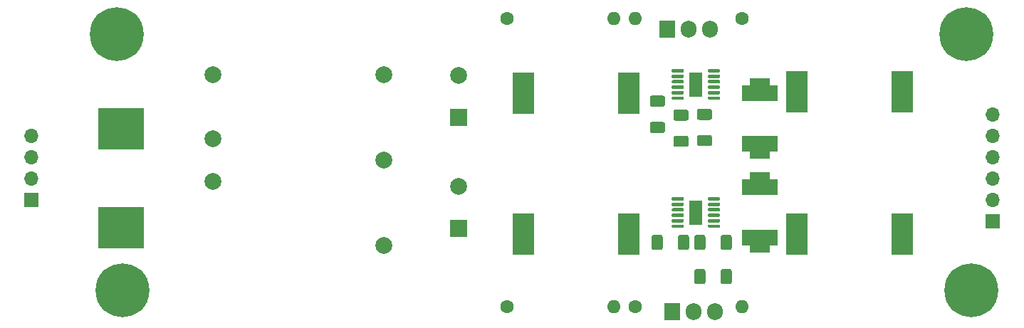
<source format=gbr>
%TF.GenerationSoftware,KiCad,Pcbnew,(5.1.9)-1*%
%TF.CreationDate,2022-01-14T16:31:07-06:00*%
%TF.ProjectId,Power_12V_DualSupply,506f7765-725f-4313-9256-5f4475616c53,rev?*%
%TF.SameCoordinates,Original*%
%TF.FileFunction,Soldermask,Top*%
%TF.FilePolarity,Negative*%
%FSLAX46Y46*%
G04 Gerber Fmt 4.6, Leading zero omitted, Abs format (unit mm)*
G04 Created by KiCad (PCBNEW (5.1.9)-1) date 2022-01-14 16:31:07*
%MOMM*%
%LPD*%
G01*
G04 APERTURE LIST*
%ADD10R,2.000000X2.000000*%
%ADD11C,2.000000*%
%ADD12R,2.400000X2.600000*%
%ADD13R,4.300000X1.950000*%
%ADD14R,2.500000X5.000000*%
%ADD15R,5.400000X4.900000*%
%ADD16R,1.650000X2.850000*%
%ADD17C,6.400000*%
%ADD18C,3.600000*%
%ADD19R,1.700000X1.700000*%
%ADD20O,1.700000X1.700000*%
%ADD21O,1.600000X1.600000*%
%ADD22C,1.600000*%
%ADD23R,1.905000X2.000000*%
%ADD24O,1.905000X2.000000*%
G04 APERTURE END LIST*
D10*
%TO.C,C4*%
X149860000Y-107569000D03*
D11*
X149860000Y-102569000D03*
%TD*%
D12*
%TO.C,C14*%
X185674000Y-109164000D03*
X185674000Y-102164000D03*
D13*
X185674000Y-102664000D03*
X185674000Y-108664000D03*
%TD*%
D14*
%TO.C,L4*%
X202592000Y-108204000D03*
X190092000Y-108204000D03*
%TD*%
D11*
%TO.C,U1*%
X120650000Y-101981000D03*
X120650000Y-96901000D03*
X120650000Y-89281000D03*
X140970000Y-89281000D03*
X140970000Y-99441000D03*
X140970000Y-109601000D03*
%TD*%
%TO.C,C5*%
X149860000Y-89361000D03*
D10*
X149860000Y-94361000D03*
%TD*%
%TO.C,C12*%
G36*
G01*
X179186000Y-108569999D02*
X179186000Y-109870001D01*
G75*
G02*
X178936001Y-110120000I-249999J0D01*
G01*
X178110999Y-110120000D01*
G75*
G02*
X177861000Y-109870001I0J249999D01*
G01*
X177861000Y-108569999D01*
G75*
G02*
X178110999Y-108320000I249999J0D01*
G01*
X178936001Y-108320000D01*
G75*
G02*
X179186000Y-108569999I0J-249999D01*
G01*
G37*
G36*
G01*
X182311000Y-108569999D02*
X182311000Y-109870001D01*
G75*
G02*
X182061001Y-110120000I-249999J0D01*
G01*
X181235999Y-110120000D01*
G75*
G02*
X180986000Y-109870001I0J249999D01*
G01*
X180986000Y-108569999D01*
G75*
G02*
X181235999Y-108320000I249999J0D01*
G01*
X182061001Y-108320000D01*
G75*
G02*
X182311000Y-108569999I0J-249999D01*
G01*
G37*
%TD*%
%TO.C,C13*%
G36*
G01*
X179720001Y-94642500D02*
X178419999Y-94642500D01*
G75*
G02*
X178170000Y-94392501I0J249999D01*
G01*
X178170000Y-93567499D01*
G75*
G02*
X178419999Y-93317500I249999J0D01*
G01*
X179720001Y-93317500D01*
G75*
G02*
X179970000Y-93567499I0J-249999D01*
G01*
X179970000Y-94392501D01*
G75*
G02*
X179720001Y-94642500I-249999J0D01*
G01*
G37*
G36*
G01*
X179720001Y-97767500D02*
X178419999Y-97767500D01*
G75*
G02*
X178170000Y-97517501I0J249999D01*
G01*
X178170000Y-96692499D01*
G75*
G02*
X178419999Y-96442500I249999J0D01*
G01*
X179720001Y-96442500D01*
G75*
G02*
X179970000Y-96692499I0J-249999D01*
G01*
X179970000Y-97517501D01*
G75*
G02*
X179720001Y-97767500I-249999J0D01*
G01*
G37*
%TD*%
D12*
%TO.C,C15*%
X185674000Y-97988000D03*
X185674000Y-90988000D03*
D13*
X185674000Y-91488000D03*
X185674000Y-97488000D03*
%TD*%
D15*
%TO.C,L1*%
X109728000Y-107500000D03*
X109728000Y-95700000D03*
%TD*%
D14*
%TO.C,L2*%
X170080000Y-108204000D03*
X157580000Y-108204000D03*
%TD*%
%TO.C,L3*%
X157580000Y-91440000D03*
X170080000Y-91440000D03*
%TD*%
%TO.C,L5*%
X202592000Y-91313000D03*
X190092000Y-91313000D03*
%TD*%
%TO.C,R3*%
G36*
G01*
X175625999Y-96531000D02*
X176926001Y-96531000D01*
G75*
G02*
X177176000Y-96780999I0J-249999D01*
G01*
X177176000Y-97606001D01*
G75*
G02*
X176926001Y-97856000I-249999J0D01*
G01*
X175625999Y-97856000D01*
G75*
G02*
X175376000Y-97606001I0J249999D01*
G01*
X175376000Y-96780999D01*
G75*
G02*
X175625999Y-96531000I249999J0D01*
G01*
G37*
G36*
G01*
X175625999Y-93406000D02*
X176926001Y-93406000D01*
G75*
G02*
X177176000Y-93655999I0J-249999D01*
G01*
X177176000Y-94481001D01*
G75*
G02*
X176926001Y-94731000I-249999J0D01*
G01*
X175625999Y-94731000D01*
G75*
G02*
X175376000Y-94481001I0J249999D01*
G01*
X175376000Y-93655999D01*
G75*
G02*
X175625999Y-93406000I249999J0D01*
G01*
G37*
%TD*%
%TO.C,R4*%
G36*
G01*
X177861000Y-113934001D02*
X177861000Y-112633999D01*
G75*
G02*
X178110999Y-112384000I249999J0D01*
G01*
X178936001Y-112384000D01*
G75*
G02*
X179186000Y-112633999I0J-249999D01*
G01*
X179186000Y-113934001D01*
G75*
G02*
X178936001Y-114184000I-249999J0D01*
G01*
X178110999Y-114184000D01*
G75*
G02*
X177861000Y-113934001I0J249999D01*
G01*
G37*
G36*
G01*
X180986000Y-113934001D02*
X180986000Y-112633999D01*
G75*
G02*
X181235999Y-112384000I249999J0D01*
G01*
X182061001Y-112384000D01*
G75*
G02*
X182311000Y-112633999I0J-249999D01*
G01*
X182311000Y-113934001D01*
G75*
G02*
X182061001Y-114184000I-249999J0D01*
G01*
X181235999Y-114184000D01*
G75*
G02*
X180986000Y-113934001I0J249999D01*
G01*
G37*
%TD*%
%TO.C,R5*%
G36*
G01*
X174132001Y-96205000D02*
X172831999Y-96205000D01*
G75*
G02*
X172582000Y-95955001I0J249999D01*
G01*
X172582000Y-95129999D01*
G75*
G02*
X172831999Y-94880000I249999J0D01*
G01*
X174132001Y-94880000D01*
G75*
G02*
X174382000Y-95129999I0J-249999D01*
G01*
X174382000Y-95955001D01*
G75*
G02*
X174132001Y-96205000I-249999J0D01*
G01*
G37*
G36*
G01*
X174132001Y-93080000D02*
X172831999Y-93080000D01*
G75*
G02*
X172582000Y-92830001I0J249999D01*
G01*
X172582000Y-92004999D01*
G75*
G02*
X172831999Y-91755000I249999J0D01*
G01*
X174132001Y-91755000D01*
G75*
G02*
X174382000Y-92004999I0J-249999D01*
G01*
X174382000Y-92830001D01*
G75*
G02*
X174132001Y-93080000I-249999J0D01*
G01*
G37*
%TD*%
%TO.C,R6*%
G36*
G01*
X177231000Y-108569999D02*
X177231000Y-109870001D01*
G75*
G02*
X176981001Y-110120000I-249999J0D01*
G01*
X176155999Y-110120000D01*
G75*
G02*
X175906000Y-109870001I0J249999D01*
G01*
X175906000Y-108569999D01*
G75*
G02*
X176155999Y-108320000I249999J0D01*
G01*
X176981001Y-108320000D01*
G75*
G02*
X177231000Y-108569999I0J-249999D01*
G01*
G37*
G36*
G01*
X174106000Y-108569999D02*
X174106000Y-109870001D01*
G75*
G02*
X173856001Y-110120000I-249999J0D01*
G01*
X173030999Y-110120000D01*
G75*
G02*
X172781000Y-109870001I0J249999D01*
G01*
X172781000Y-108569999D01*
G75*
G02*
X173030999Y-108320000I249999J0D01*
G01*
X173856001Y-108320000D01*
G75*
G02*
X174106000Y-108569999I0J-249999D01*
G01*
G37*
%TD*%
%TO.C,U2*%
G36*
G01*
X175179000Y-104139000D02*
X175179000Y-103939000D01*
G75*
G02*
X175279000Y-103839000I100000J0D01*
G01*
X176529000Y-103839000D01*
G75*
G02*
X176629000Y-103939000I0J-100000D01*
G01*
X176629000Y-104139000D01*
G75*
G02*
X176529000Y-104239000I-100000J0D01*
G01*
X175279000Y-104239000D01*
G75*
G02*
X175179000Y-104139000I0J100000D01*
G01*
G37*
G36*
G01*
X175179000Y-104789000D02*
X175179000Y-104589000D01*
G75*
G02*
X175279000Y-104489000I100000J0D01*
G01*
X176529000Y-104489000D01*
G75*
G02*
X176629000Y-104589000I0J-100000D01*
G01*
X176629000Y-104789000D01*
G75*
G02*
X176529000Y-104889000I-100000J0D01*
G01*
X175279000Y-104889000D01*
G75*
G02*
X175179000Y-104789000I0J100000D01*
G01*
G37*
G36*
G01*
X175179000Y-105439000D02*
X175179000Y-105239000D01*
G75*
G02*
X175279000Y-105139000I100000J0D01*
G01*
X176529000Y-105139000D01*
G75*
G02*
X176629000Y-105239000I0J-100000D01*
G01*
X176629000Y-105439000D01*
G75*
G02*
X176529000Y-105539000I-100000J0D01*
G01*
X175279000Y-105539000D01*
G75*
G02*
X175179000Y-105439000I0J100000D01*
G01*
G37*
G36*
G01*
X175179000Y-106089000D02*
X175179000Y-105889000D01*
G75*
G02*
X175279000Y-105789000I100000J0D01*
G01*
X176529000Y-105789000D01*
G75*
G02*
X176629000Y-105889000I0J-100000D01*
G01*
X176629000Y-106089000D01*
G75*
G02*
X176529000Y-106189000I-100000J0D01*
G01*
X175279000Y-106189000D01*
G75*
G02*
X175179000Y-106089000I0J100000D01*
G01*
G37*
G36*
G01*
X175179000Y-106739000D02*
X175179000Y-106539000D01*
G75*
G02*
X175279000Y-106439000I100000J0D01*
G01*
X176529000Y-106439000D01*
G75*
G02*
X176629000Y-106539000I0J-100000D01*
G01*
X176629000Y-106739000D01*
G75*
G02*
X176529000Y-106839000I-100000J0D01*
G01*
X175279000Y-106839000D01*
G75*
G02*
X175179000Y-106739000I0J100000D01*
G01*
G37*
G36*
G01*
X175179000Y-107389000D02*
X175179000Y-107189000D01*
G75*
G02*
X175279000Y-107089000I100000J0D01*
G01*
X176529000Y-107089000D01*
G75*
G02*
X176629000Y-107189000I0J-100000D01*
G01*
X176629000Y-107389000D01*
G75*
G02*
X176529000Y-107489000I-100000J0D01*
G01*
X175279000Y-107489000D01*
G75*
G02*
X175179000Y-107389000I0J100000D01*
G01*
G37*
G36*
G01*
X179479000Y-107389000D02*
X179479000Y-107189000D01*
G75*
G02*
X179579000Y-107089000I100000J0D01*
G01*
X180829000Y-107089000D01*
G75*
G02*
X180929000Y-107189000I0J-100000D01*
G01*
X180929000Y-107389000D01*
G75*
G02*
X180829000Y-107489000I-100000J0D01*
G01*
X179579000Y-107489000D01*
G75*
G02*
X179479000Y-107389000I0J100000D01*
G01*
G37*
G36*
G01*
X179479000Y-106739000D02*
X179479000Y-106539000D01*
G75*
G02*
X179579000Y-106439000I100000J0D01*
G01*
X180829000Y-106439000D01*
G75*
G02*
X180929000Y-106539000I0J-100000D01*
G01*
X180929000Y-106739000D01*
G75*
G02*
X180829000Y-106839000I-100000J0D01*
G01*
X179579000Y-106839000D01*
G75*
G02*
X179479000Y-106739000I0J100000D01*
G01*
G37*
G36*
G01*
X179479000Y-106089000D02*
X179479000Y-105889000D01*
G75*
G02*
X179579000Y-105789000I100000J0D01*
G01*
X180829000Y-105789000D01*
G75*
G02*
X180929000Y-105889000I0J-100000D01*
G01*
X180929000Y-106089000D01*
G75*
G02*
X180829000Y-106189000I-100000J0D01*
G01*
X179579000Y-106189000D01*
G75*
G02*
X179479000Y-106089000I0J100000D01*
G01*
G37*
G36*
G01*
X179479000Y-105439000D02*
X179479000Y-105239000D01*
G75*
G02*
X179579000Y-105139000I100000J0D01*
G01*
X180829000Y-105139000D01*
G75*
G02*
X180929000Y-105239000I0J-100000D01*
G01*
X180929000Y-105439000D01*
G75*
G02*
X180829000Y-105539000I-100000J0D01*
G01*
X179579000Y-105539000D01*
G75*
G02*
X179479000Y-105439000I0J100000D01*
G01*
G37*
G36*
G01*
X179479000Y-104789000D02*
X179479000Y-104589000D01*
G75*
G02*
X179579000Y-104489000I100000J0D01*
G01*
X180829000Y-104489000D01*
G75*
G02*
X180929000Y-104589000I0J-100000D01*
G01*
X180929000Y-104789000D01*
G75*
G02*
X180829000Y-104889000I-100000J0D01*
G01*
X179579000Y-104889000D01*
G75*
G02*
X179479000Y-104789000I0J100000D01*
G01*
G37*
G36*
G01*
X179479000Y-104139000D02*
X179479000Y-103939000D01*
G75*
G02*
X179579000Y-103839000I100000J0D01*
G01*
X180829000Y-103839000D01*
G75*
G02*
X180929000Y-103939000I0J-100000D01*
G01*
X180929000Y-104139000D01*
G75*
G02*
X180829000Y-104239000I-100000J0D01*
G01*
X179579000Y-104239000D01*
G75*
G02*
X179479000Y-104139000I0J100000D01*
G01*
G37*
D16*
X178054000Y-105664000D03*
%TD*%
%TO.C,U3*%
X178054000Y-90424000D03*
G36*
G01*
X179479000Y-88899000D02*
X179479000Y-88699000D01*
G75*
G02*
X179579000Y-88599000I100000J0D01*
G01*
X180829000Y-88599000D01*
G75*
G02*
X180929000Y-88699000I0J-100000D01*
G01*
X180929000Y-88899000D01*
G75*
G02*
X180829000Y-88999000I-100000J0D01*
G01*
X179579000Y-88999000D01*
G75*
G02*
X179479000Y-88899000I0J100000D01*
G01*
G37*
G36*
G01*
X179479000Y-89549000D02*
X179479000Y-89349000D01*
G75*
G02*
X179579000Y-89249000I100000J0D01*
G01*
X180829000Y-89249000D01*
G75*
G02*
X180929000Y-89349000I0J-100000D01*
G01*
X180929000Y-89549000D01*
G75*
G02*
X180829000Y-89649000I-100000J0D01*
G01*
X179579000Y-89649000D01*
G75*
G02*
X179479000Y-89549000I0J100000D01*
G01*
G37*
G36*
G01*
X179479000Y-90199000D02*
X179479000Y-89999000D01*
G75*
G02*
X179579000Y-89899000I100000J0D01*
G01*
X180829000Y-89899000D01*
G75*
G02*
X180929000Y-89999000I0J-100000D01*
G01*
X180929000Y-90199000D01*
G75*
G02*
X180829000Y-90299000I-100000J0D01*
G01*
X179579000Y-90299000D01*
G75*
G02*
X179479000Y-90199000I0J100000D01*
G01*
G37*
G36*
G01*
X179479000Y-90849000D02*
X179479000Y-90649000D01*
G75*
G02*
X179579000Y-90549000I100000J0D01*
G01*
X180829000Y-90549000D01*
G75*
G02*
X180929000Y-90649000I0J-100000D01*
G01*
X180929000Y-90849000D01*
G75*
G02*
X180829000Y-90949000I-100000J0D01*
G01*
X179579000Y-90949000D01*
G75*
G02*
X179479000Y-90849000I0J100000D01*
G01*
G37*
G36*
G01*
X179479000Y-91499000D02*
X179479000Y-91299000D01*
G75*
G02*
X179579000Y-91199000I100000J0D01*
G01*
X180829000Y-91199000D01*
G75*
G02*
X180929000Y-91299000I0J-100000D01*
G01*
X180929000Y-91499000D01*
G75*
G02*
X180829000Y-91599000I-100000J0D01*
G01*
X179579000Y-91599000D01*
G75*
G02*
X179479000Y-91499000I0J100000D01*
G01*
G37*
G36*
G01*
X179479000Y-92149000D02*
X179479000Y-91949000D01*
G75*
G02*
X179579000Y-91849000I100000J0D01*
G01*
X180829000Y-91849000D01*
G75*
G02*
X180929000Y-91949000I0J-100000D01*
G01*
X180929000Y-92149000D01*
G75*
G02*
X180829000Y-92249000I-100000J0D01*
G01*
X179579000Y-92249000D01*
G75*
G02*
X179479000Y-92149000I0J100000D01*
G01*
G37*
G36*
G01*
X175179000Y-92149000D02*
X175179000Y-91949000D01*
G75*
G02*
X175279000Y-91849000I100000J0D01*
G01*
X176529000Y-91849000D01*
G75*
G02*
X176629000Y-91949000I0J-100000D01*
G01*
X176629000Y-92149000D01*
G75*
G02*
X176529000Y-92249000I-100000J0D01*
G01*
X175279000Y-92249000D01*
G75*
G02*
X175179000Y-92149000I0J100000D01*
G01*
G37*
G36*
G01*
X175179000Y-91499000D02*
X175179000Y-91299000D01*
G75*
G02*
X175279000Y-91199000I100000J0D01*
G01*
X176529000Y-91199000D01*
G75*
G02*
X176629000Y-91299000I0J-100000D01*
G01*
X176629000Y-91499000D01*
G75*
G02*
X176529000Y-91599000I-100000J0D01*
G01*
X175279000Y-91599000D01*
G75*
G02*
X175179000Y-91499000I0J100000D01*
G01*
G37*
G36*
G01*
X175179000Y-90849000D02*
X175179000Y-90649000D01*
G75*
G02*
X175279000Y-90549000I100000J0D01*
G01*
X176529000Y-90549000D01*
G75*
G02*
X176629000Y-90649000I0J-100000D01*
G01*
X176629000Y-90849000D01*
G75*
G02*
X176529000Y-90949000I-100000J0D01*
G01*
X175279000Y-90949000D01*
G75*
G02*
X175179000Y-90849000I0J100000D01*
G01*
G37*
G36*
G01*
X175179000Y-90199000D02*
X175179000Y-89999000D01*
G75*
G02*
X175279000Y-89899000I100000J0D01*
G01*
X176529000Y-89899000D01*
G75*
G02*
X176629000Y-89999000I0J-100000D01*
G01*
X176629000Y-90199000D01*
G75*
G02*
X176529000Y-90299000I-100000J0D01*
G01*
X175279000Y-90299000D01*
G75*
G02*
X175179000Y-90199000I0J100000D01*
G01*
G37*
G36*
G01*
X175179000Y-89549000D02*
X175179000Y-89349000D01*
G75*
G02*
X175279000Y-89249000I100000J0D01*
G01*
X176529000Y-89249000D01*
G75*
G02*
X176629000Y-89349000I0J-100000D01*
G01*
X176629000Y-89549000D01*
G75*
G02*
X176529000Y-89649000I-100000J0D01*
G01*
X175279000Y-89649000D01*
G75*
G02*
X175179000Y-89549000I0J100000D01*
G01*
G37*
G36*
G01*
X175179000Y-88899000D02*
X175179000Y-88699000D01*
G75*
G02*
X175279000Y-88599000I100000J0D01*
G01*
X176529000Y-88599000D01*
G75*
G02*
X176629000Y-88699000I0J-100000D01*
G01*
X176629000Y-88899000D01*
G75*
G02*
X176529000Y-88999000I-100000J0D01*
G01*
X175279000Y-88999000D01*
G75*
G02*
X175179000Y-88899000I0J100000D01*
G01*
G37*
%TD*%
D17*
%TO.C,H1*%
X109220000Y-84455000D03*
D18*
X109220000Y-84455000D03*
%TD*%
%TO.C,H2*%
X210185000Y-84455000D03*
D17*
X210185000Y-84455000D03*
%TD*%
%TO.C,H3*%
X210820000Y-114935000D03*
D18*
X210820000Y-114935000D03*
%TD*%
%TO.C,H4*%
X109855000Y-114935000D03*
D17*
X109855000Y-114935000D03*
%TD*%
D19*
%TO.C,J1*%
X99060000Y-104140000D03*
D20*
X99060000Y-101600000D03*
X99060000Y-99060000D03*
X99060000Y-96520000D03*
%TD*%
D19*
%TO.C,J2*%
X213360000Y-106680000D03*
D20*
X213360000Y-104140000D03*
X213360000Y-101600000D03*
X213360000Y-99060000D03*
X213360000Y-96520000D03*
X213360000Y-93980000D03*
%TD*%
D21*
%TO.C,R9*%
X168275000Y-116840000D03*
D22*
X155575000Y-116840000D03*
%TD*%
%TO.C,R10*%
X155575000Y-82550000D03*
D21*
X168275000Y-82550000D03*
%TD*%
%TO.C,R11*%
X183515000Y-116840000D03*
D22*
X170815000Y-116840000D03*
%TD*%
%TO.C,R12*%
X183515000Y-82550000D03*
D21*
X170815000Y-82550000D03*
%TD*%
D23*
%TO.C,U4*%
X175260000Y-117475000D03*
D24*
X177800000Y-117475000D03*
X180340000Y-117475000D03*
%TD*%
%TO.C,U5*%
X179705000Y-83820000D03*
X177165000Y-83820000D03*
D23*
X174625000Y-83820000D03*
%TD*%
M02*

</source>
